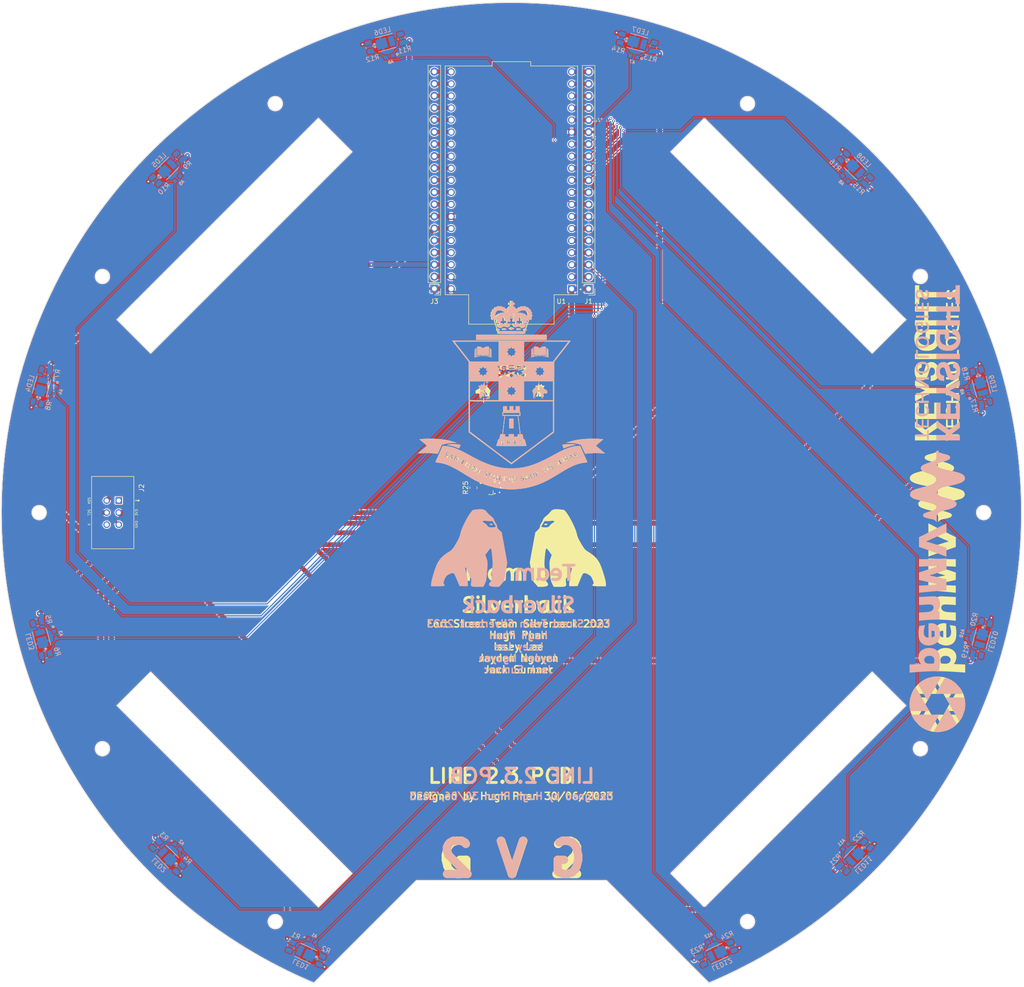
<source format=kicad_pcb>
(kicad_pcb (version 20211014) (generator pcbnew)
  (layers (0 "F.Cu" signal) (31 "B.Cu" signal) (34 "B.Paste" user) (35 "F.Paste" user) (36 "B.SilkS" user "B.Silkscreen") (37 "F.SilkS" user "F.Silkscreen") (38 "B.Mask" user) (39 "F.Mask" user) (44 "Edge.Cuts" user))
  (net 0 "")
  (net 1 "/SEN1")
  (net 2 "/SEN2")
  (net 3 "/SEN3")
  (net 4 "/SEN4")
  (net 5 "/SEN5")
  (net 6 "/SEN6")
  (net 7 "/SEN7")
  (net 8 "/SEN8")
  (net 9 "/SEN9")
  (net 10 "/SEN10")
  (net 11 "/SEN11")
  (net 12 "/SEN12")
  (net 13 "+3.3V")
  (net 14 "Net-(J1-Pad2)")
  (net 15 "Net-(J1-Pad16)")
  (net 16 "Net-(J1-Pad17)")
  (net 17 "Net-(J1-Pad18)")
  (net 18 "/SDA")
  (net 20 "Net-(J3-Pad4)")
  (net 21 "Net-(J3-Pad5)")
  (net 22 "Net-(J3-Pad8)")
  (net 23 "Net-(J3-Pad9)")
  (net 24 "Net-(J3-Pad10)")
  (net 25 "GND")
  (net 26 "Net-(J3-Pad11)")
  (net 27 "Net-(J3-Pad12)")
  (net 28 "Net-(J3-Pad13)")
  (net 29 "Net-(J3-Pad14)")
  (net 30 "Net-(J3-Pad15)")
  (net 31 "Net-(J3-Pad16)")
  (net 32 "Net-(J3-Pad17)")
  (net 33 "Net-(J3-Pad18)")
  (net 34 "Net-(J3-Pad19)")
  (net 35 "Net-(LED1-Pad2)")
  (net 36 "Net-(LED2-Pad2)")
  (net 37 "Net-(LED3-Pad2)")
  (net 38 "Net-(LED4-Pad2)")
  (net 39 "Net-(LED5-Pad2)")
  (net 40 "Net-(LED7-Pad2)")
  (net 41 "Net-(LED8-Pad2)")
  (net 42 "Net-(LED9-Pad2)")
  (net 43 "Net-(LED10-Pad2)")
  (net 44 "Net-(LED11-Pad2)")
  (net 45 "Net-(LED12-Pad2)")
  (net 46 "Net-(LED6-Pad2)")
  (net 47 "/SCL")
  (net 48 "/MSFTDRN")
  (net 49 "/LEDPWM")
  (net 50 "Net-(J1-Pad19)")
  (footprint "Connector_PinHeader_2.54mm:PinHeader_1x19_P2.54mm_Vertical" (layer "F.Cu") (at 269.7675 94.35 180)
    (fp_text reference "J1")
    (fp_text value "Conn_01x19_Male")
  )
  (footprint "Connector_PinHeader_2.54mm:PinHeader_1x19_P2.54mm_Vertical" (layer "F.Cu") (at 237.2675 94.32 180)
    (fp_text reference "J3")
    (fp_text value "Conn_01x19_Male")
  )
  (footprint "Resistor_SMD:R_0805_2012Metric" (layer "F.Cu") (at 245.5 136.25 90)
    (fp_text reference "R25")
    (fp_text value "10K")
  )
  (footprint "LOGO" (layer "F.Cu") (at 343.256918 118.25 90)
    (fp_text reference "G***" hide)
    (fp_text value "LOGO" hide)
  )
  (footprint "NXV55UNR:TRANS_BC846B,215" (layer "F.Cu") (at 249 136.25)
    (fp_text reference "U2")
    (fp_text value "NXV55UNR")
  )
  (footprint "ESP32-DEVKITC:MODULE_ESP32-DEVKITC" (layer "F.Cu") (at 253.5 71.5 180)
    (fp_text reference "U1")
    (fp_text value "ESP32-DEVKITC")
  )
  (footprint "LOGO" (layer "F.Cu") (at 343.256918 165.75 90)
    (fp_text reference "G***" hide)
    (fp_text value "LOGO" hide)
  )
  (footprint "LOGO" (layer "F.Cu") (at 253.5 116.75)
    (fp_text reference "G***" hide)
    (fp_text value "LOGO" hide)
  )
  (footprint "Box IDC header 2x3:Box IDC header 2x3" (layer "F.Cu") (at 169.5 141.5 -90)
    (fp_text reference "J2")
    (fp_text value "2-1761679-1")
  )
  (footprint "LOGO" (layer "F.Cu") (at 256.489726 141.609473)
    (fp_text reference "G***" hide)
    (fp_text value "LOGO" hide)
  )
  (footprint "Resistor_SMD:R_0805_2012Metric" (layer "B.Cu") (at 155.401562 111.588522 165)
    (fp_text reference "R7")
    (fp_text value "12R")
  )
  (footprint "Resistor_SMD:R_0805_2012Metric" (layer "B.Cu") (at 351.598438 171.411478 -15)
    (fp_text reference "R19")
    (fp_text value "12R")
  )
  (footprint "Resistor_SMD:R_0805_2012Metric" (layer "B.Cu") (at 276.648211 41.586736 -105)
    (fp_text reference "R14")
    (fp_text value "10K")
  )
  (footprint "Resistor_SMD:R_0805_2012Metric" (layer "B.Cu") (at 328.453319 211.503571 135)
    (fp_text reference "R22")
    (fp_text value "10K")
  )
  (footprint "LOGO" (layer "B.Cu") (at 253.5 116.75 180)
    (fp_text reference "G***" hide)
    (fp_text value "LOGO" hide)
  )
  (footprint "ALS-PT19-315C_L177_TR8:XDCR_ALS-PT19-315C_L177_TR8" (layer "B.Cu") (at 323.857125 71.142875 135)
    (fp_text reference "A8")
    (fp_text value "ALS-PT19-315C/L177/TR8")
  )
  (footprint "Resistor_SMD:R_0805_2012Metric" (layer "B.Cu") (at 155.39847 171.409693 15)
    (fp_text reference "R6")
    (fp_text value "10K")
  )
  (footprint "LOGO" (layer "B.Cu") (at 343.25 118.25 90)
    (fp_text reference "G***" hide)
    (fp_text value "LOGO" hide)
  )
  (footprint "Resistor_SMD:R_0805_2012Metric" (layer "B.Cu") (at 299.990449 232.917384 115)
    (fp_text reference "R24")
    (fp_text value "10K")
  )
  (footprint "Resistor_SMD:R_0805_2012Metric" (layer "B.Cu") (at 207.008329 232.914028 -115)
    (fp_text reference "R1")
    (fp_text value "12R")
  )
  (footprint "ALS-PT19-315C_L177_TR8:XDCR_ALS-PT19-315C_L177_TR8" (layer "B.Cu") (at 227.747505 45.39038 -165)
    (fp_text reference "A6")
    (fp_text value "ALS-PT19-315C/L177/TR8")
  )
  (footprint "JB2835AWT-W-U30GA0000-N0000001:LED_J2835_CRW" (layer "B.Cu") (at 226.971048 42.492603 15)
    (fp_text reference "LED6")
    (fp_text value "JB2835AWT-W-U30GA0000-N0000001")
  )
  (footprint "Resistor_SMD:R_0805_2012Metric" (layer "B.Cu") (at 323.5 216.453319 -45)
    (fp_text reference "R21")
    (fp_text value "12R")
  )
  (footprint "Resistor_SMD:R_0805_2012Metric" (layer "B.Cu") (at 213.353706 235.875712 65)
    (fp_text reference "R2")
    (fp_text value "10K")
  )
  (footprint "Resistor_SMD:R_0805_2012Metric" (layer "B.Cu") (at 328.453319 71.5 45)
    (fp_text reference "R15")
    (fp_text value "12R")
  )
  (footprint "JB2835AWT-W-U30GA0000-N0000001:LED_J2835_CRW" (layer "B.Cu") (at 352.507397 114.971048 -75)
    (fp_text reference "LED9")
    (fp_text value "JB2835AWT-W-U30GA0000-N0000001")
  )
  (footprint "Resistor_SMD:R_0805_2012Metric" (layer "B.Cu") (at 293.642939 235.874491 -65)
    (fp_text reference "R23")
    (fp_text value "12R")
  )
  (footprint "JB2835AWT-W-U30GA0000-N0000001:LED_J2835_CRW" (layer "B.Cu") (at 181.021555 69.021555 45)
    (fp_text reference "LED5")
    (fp_text value "JB2835AWT-W-U30GA0000-N0000001")
  )
  (footprint "Resistor_SMD:R_0805_2012Metric" (layer "B.Cu") (at 283.411478 43.401562 75)
    (fp_text reference "R13")
    (fp_text value "12R")
  )
  (footprint "Resistor_SMD:R_0805_2012Metric" (layer "B.Cu") (at 153.588522 164.645119 -165)
    (fp_text reference "R5")
    (fp_text value "12R")
  )
  (footprint "ALS-PT19-315C_L177_TR8:XDCR_ALS-PT19-315C_L177_TR8" (layer "B.Cu") (at 157.39038 167.252495 -75)
    (fp_text reference "A3")
    (fp_text value "ALS-PT19-315C/L177/TR8")
  )
  (footprint "Resistor_SMD:R_0805_2012Metric" (layer "B.Cu") (at 230.354881 41.588522 105)
    (fp_text reference "R11")
    (fp_text value "12R")
  )
  (footprint "Resistor_SMD:R_0805_2012Metric" (layer "B.Cu") (at 153.586736 118.351789 -15)
    (fp_text reference "R8")
    (fp_text value "10K")
  )
  (footprint "JB2835AWT-W-U30GA0000-N0000001:LED_J2835_CRW" (layer "B.Cu") (at 296.818372 234.396548 -155)
    (fp_text reference "LED12")
    (fp_text value "JB2835AWT-W-U30GA0000-N0000001")
  )
  (footprint "ALS-PT19-315C_L177_TR8:XDCR_ALS-PT19-315C_L177_TR8" (layer "B.Cu") (at 349.60962 115.747505 105)
    (fp_text reference "A9")
    (fp_text value "ALS-PT19-315C/L177/TR8")
  )
  (footprint "Resistor_SMD:R_0805_2012Metric" (layer "B.Cu") (at 178.546681 211.5 -135)
    (fp_text reference "R3")
    (fp_text value "12R")
  )
  (footprint "JB2835AWT-W-U30GA0000-N0000001:LED_J2835_CRW" (layer "B.Cu") (at 280.028952 42.492603 -15)
    (fp_text reference "LED7")
    (fp_text value "JB2835AWT-W-U30GA0000-N0000001")
  )
  (footprint "ALS-PT19-315C_L177_TR8:XDCR_ALS-PT19-315C_L177_TR8" (layer "B.Cu") (at 183.142875 211.857125 -45)
    (fp_text reference "A2")
    (fp_text value "ALS-PT19-315C/L177/TR8")
  )
  (footprint "Resistor_SMD:R_0805_2012Metric" (layer "B.Cu") (at 223.590307 43.39847 -75)
    (fp_text reference "R12")
    (fp_text value "10K")
  )
  (footprint "ALS-PT19-315C_L177_TR8:XDCR_ALS-PT19-315C_L177_TR8" (layer "B.Cu") (at 279.252495 45.39038 165)
    (fp_text reference "A7")
    (fp_text value "ALS-PT19-315C/L177/TR8")
  )
  (footprint "ALS-PT19-315C_L177_TR8:XDCR_ALS-PT19-315C_L177_TR8" (layer "B.Cu") (at 183.142875 71.142875 -135)
    (fp_text reference "A5")
    (fp_text value "ALS-PT19-315C/L177/TR8")
  )
  (footprint "Resistor_SMD:R_0805_2012Metric" (layer "B.Cu") (at 353.413264 164.648211 165)
    (fp_text reference "R20")
    (fp_text value "10K")
  )
  (footprint "Resistor_SMD:R_0805_2012Metric" (layer "B.Cu") (at 183.496429 216.453319 45)
    (fp_text reference "R4")
    (fp_text value "10K")
  )
  (footprint "Resistor_SMD:R_0805_2012Metric" (layer "B.Cu") (at 183.5 66.546681 135)
    (fp_text reference "R9")
    (fp_text value "12R")
  )
  (footprint "JB2835AWT-W-U30GA0000-N0000001:LED_J2835_CRW" (layer "B.Cu") (at 154.492603 168.028952 105)
    (fp_text reference "LED3")
    (fp_text value "JB2835AWT-W-U30GA0000-N0000001")
  )
  (footprint "Resistor_SMD:R_0805_2012Metric" (layer "B.Cu") (at 353.411478 118.354881 15)
    (fp_text reference "R17")
    (fp_text value "12R")
  )
  (footprint "LOGO" (layer "B.Cu") (at 253.510274 141.609473 180)
    (fp_text reference "G***" hide)
    (fp_text value "LOGO" hide)
  )
  (footprint "ALS-PT19-315C_L177_TR8:XDCR_ALS-PT19-315C_L177_TR8" (layer "B.Cu") (at 157.39038 115.747505 -105)
    (fp_text reference "A4")
    (fp_text value "ALS-PT19-315C/L177/TR8")
  )
  (footprint "Resistor_SMD:R_0805_2012Metric" (layer "B.Cu") (at 178.546681 71.496429 -45)
    (fp_text reference "R10")
    (fp_text value "10K")
  )
  (footprint "JB2835AWT-W-U30GA0000-N0000001:LED_J2835_CRW" (layer "B.Cu") (at 210.181628 234.396548 155)
    (fp_text reference "LED1")
    (fp_text value "JB2835AWT-W-U30GA0000-N0000001")
  )
  (footprint "JB2835AWT-W-U30GA0000-N0000001:LED_J2835_CRW" (layer "B.Cu") (at 352.507397 168.028952 -105)
    (fp_text reference "LED10")
    (fp_text value "JB2835AWT-W-U30GA0000-N0000001")
  )
  (footprint "ALS-PT19-315C_L177_TR8:XDCR_ALS-PT19-315C_L177_TR8" (layer "B.Cu") (at 349.60962 167.252495 75)
    (fp_text reference "A10")
    (fp_text value "ALS-PT19-315C/L177/TR8")
  )
  (footprint "ALS-PT19-315C_L177_TR8:XDCR_ALS-PT19-315C_L177_TR8" (layer "B.Cu") (at 323.857125 211.857125 45)
    (fp_text reference "A11")
    (fp_text value "ALS-PT19-315C/L177/TR8")
  )
  (footprint "Resistor_SMD:R_0805_2012Metric" (layer "B.Cu") (at 351.60153 111.590307 -165)
    (fp_text reference "R18")
    (fp_text value "10K")
  )
  (footprint "JB2835AWT-W-U30GA0000-N0000001:LED_J2835_CRW" (layer "B.Cu") (at 325.978445 213.978445 -135)
    (fp_text reference "LED11")
    (fp_text value "JB2835AWT-W-U30GA0000-N0000001")
  )
  (footprint "LOGO" (layer "B.Cu") (at 343.25 165.75 90)
    (fp_text reference "G***" hide)
    (fp_text value "LOGO" hide)
  )
  (footprint "JB2835AWT-W-U30GA0000-N0000001:LED_J2835_CRW" (layer "B.Cu") (at 154.492603 114.971048 75)
    (fp_text reference "LED4")
    (fp_text value "JB2835AWT-W-U30GA0000-N0000001")
  )
  (footprint "JB2835AWT-W-U30GA0000-N0000001:LED_J2835_CRW" (layer "B.Cu") (at 181.021555 213.978445 135)
    (fp_text reference "LED2")
    (fp_text value "JB2835AWT-W-U30GA0000-N0000001")
  )
  (footprint "Resistor_SMD:R_0805_2012Metric" (layer "B.Cu") (at 323.503571 66.546681 -135)
    (fp_text reference "R16")
    (fp_text value "10K")
  )
  (footprint "JB2835AWT-W-U30GA0000-N0000001:LED_J2835_CRW" (layer "B.Cu") (at 325.978445 69.021555 -45)
    (fp_text reference "LED8")
    (fp_text value "JB2835AWT-W-U30GA0000-N0000001")
  )
  (footprint "ALS-PT19-315C_L177_TR8:XDCR_ALS-PT19-315C_L177_TR8" (layer "B.Cu") (at 211.449483 231.677625 -25)
    (fp_text reference "A1")
    (fp_text value "ALS-PT19-315C/L177/TR8")
  )
  (footprint "ALS-PT19-315C_L177_TR8:XDCR_ALS-PT19-315C_L177_TR8" (layer "B.Cu") (at 295.550517 231.677625 25)
    (fp_text reference "A12")
    (fp_text value "ALS-PT19-315C/L177/TR8")
  )
  (gr_line (start 287.087572 217.513979) (end 329.513979 175.087572) (layer "Edge.Cuts") (width 0.1))
  (gr_circle (center 154 141.5) (end 155.5 141.5) (layer "Edge.Cuts") (width 0.1) (fill none))
  (gr_line (start 211.88266 240.61734) (end 233.5 219) (layer "Edge.Cuts") (width 0.1))
  (gr_circle (center 353 141.5) (end 354.5 141.5) (layer "Edge.Cuts") (width 0.1) (fill none))
  (gr_line (start 212.84136 224.585047) (end 170.414953 182.15864) (layer "Edge.Cuts") (width 0.1))
  (gr_line (start 177.486021 175.087572) (end 219.912428 217.513979) (layer "Edge.Cuts") (width 0.1))
  (gr_line (start 336.585047 100.84136) (end 329.513979 107.912428) (layer "Edge.Cuts") (width 0.1))
  (gr_line (start 294.15864 224.585047) (end 287.087572 217.513979) (layer "Edge.Cuts") (width 0.1))
  (gr_line (start 233.5 219) (end 273.5 219) (layer "Edge.Cuts") (width 0.1))
  (gr_line (start 294.15864 58.414953) (end 336.585047 100.84136) (layer "Edge.Cuts") (width 0.1))
  (gr_line (start 170.414953 182.15864) (end 177.486021 175.087572) (layer "Edge.Cuts") (width 0.1))
  (gr_circle (center 203.75 55.330472) (end 205.25 55.330472) (layer "Edge.Cuts") (width 0.1) (fill none))
  (gr_line (start 329.513979 107.912428) (end 287.087572 65.486021) (layer "Edge.Cuts") (width 0.1))
  (gr_line (start 336.585047 182.15864) (end 294.15864 224.585047) (layer "Edge.Cuts") (width 0.1))
  (gr_circle (center 167.330472 191.25) (end 168.830472 191.25) (layer "Edge.Cuts") (width 0.1) (fill none))
  (gr_circle (center 339.669528 91.75) (end 341.169528 91.75) (layer "Edge.Cuts") (width 0.1) (fill none))
  (gr_circle (center 167.330472 91.75) (end 168.830472 91.75) (layer "Edge.Cuts") (width 0.1) (fill none))
  (gr_line (start 219.912428 217.513979) (end 212.84136 224.585047) (layer "Edge.Cuts") (width 0.1))
  (gr_line (start 329.513979 175.087572) (end 336.585047 182.15864) (layer "Edge.Cuts") (width 0.1))
  (gr_circle (center 303.25 227.669528) (end 304.75 227.669528) (layer "Edge.Cuts") (width 0.1) (fill none))
  (gr_line (start 170.414953 100.84136) (end 212.84136 58.414953) (layer "Edge.Cuts") (width 0.1))
  (gr_line (start 177.486021 107.912428) (end 170.414953 100.84136) (layer "Edge.Cuts") (width 0.1))
  (gr_line (start 212.84136 58.414953) (end 219.912428 65.486021) (layer "Edge.Cuts") (width 0.1))
  (gr_circle (center 339.669528 191.25) (end 341.169528 191.25) (layer "Edge.Cuts") (width 0.1) (fill none))
  (gr_circle (center 203.75 227.669528) (end 205.25 227.669528) (layer "Edge.Cuts") (width 0.1) (fill none))
  (gr_line (start 273.5 219) (end 295.11734 240.61734) (layer "Edge.Cuts") (width 0.1))
  (gr_line (start 219.912428 65.486021) (end 177.486021 107.912428) (layer "Edge.Cuts") (width 0.1))
  (gr_line (start 287.087572 65.486021) (end 294.15864 58.414953) (layer "Edge.Cuts") (width 0.1))
  (gr_circle (center 303.25 55.330472) (end 304.75 55.330472) (layer "Edge.Cuts") (width 0.1) (fill none))
  (gr_arc (start 211.88266 240.61734) (mid 253.5 34) (end 295.11734 240.61734) (layer "Edge.Cuts") (width 0.1))
  (gr_text "Designed by Hugh Phan 30/06/2023" (at 253.5 201.25) (layer "B.SilkS") (effects (font (size 1.5 1.5) (thickness 0.3)) (justify mirror)))
  (gr_text "LINE 2.3 PCB" (at 255.75 197) (layer "B.SilkS") (effects (font (size 3 3) (thickness 0.6)) (justify mirror)))
  (gr_text "G V 2" (at 253.75 214.5) (layer "B.SilkS") (effects (font (size 7 7) (thickness 1.75)) (justify mirror)))
  (gr_text "Fort Street Team Silverback 2023\nHugh Phan\nIssey Lee\nJayden Nguyen\nJack Sumner" (at 255 169.75) (layer "B.SilkS") (effects (font (size 1.5 1.5) (thickness 0.3)) (justify mirror)))
  (gr_text "X" (at 174.5 138.96 90) (layer "F.SilkS") (effects (font (size 0.5 0.5) (thickness 0.075))))
  (gr_text "GND" (at 174.5 143.96 90) (layer "F.SilkS") (effects (font (size 0.5 0.5) (thickness 0.075))))
  (gr_text "Fort Street Team Silverback 2023\nHugh Phan\nIssey Lee\nJayden Nguyen\nJack Sumner" (at 255 169.75) (layer "F.SilkS") (effects (font (size 1.5 1.5) (thickness 0.3))))
  (gr_text "3V3" (at 174.5 141.46 90) (layer "F.SilkS") (effects (font (size 0.5 0.5) (thickness 0.075))))
  (gr_text "SCL" (at 164.5 141.5 270) (layer "F.SilkS") (effects (font (size 0.5 0.5) (thickness 0.075))))
  (gr_text "G V 2" (at 253.5 214.5) (layer "F.SilkS") (effects (font (size 7 7) (thickness 1.75))))
  (gr_text "SDA" (at 164.5 139 270) (layer "F.SilkS") (effects (font (size 0.5 0.5) (thickness 0.075))))
  (gr_text "X" (at 164.5 144 270) (layer "F.SilkS") (effects (font (size 0.5 0.5) (thickness 0.075))))
  (gr_text "LINE 2.3 PCB" (at 251.25 197) (layer "F.SilkS") (effects (font (size 3 3) (thickness 0.6))))
  (gr_text "Designed by Hugh Phan 30/06/2023" (at 253.5 201.25) (layer "F.SilkS") (effects (font (size 1.5 1.5) (thickness 0.3))))
  (segment (start 266.2 89.27) (end 269.7675 89.27) (width 1) (layer "F.Cu") (net 1))
  (segment (start 213.739345 235.048706) (end 213.557772 234.964037) (width 0.25) (layer "B.Cu") (net 1))
  (segment (start 212.129214 231.994589) (end 279.5 164.623803) (width 0.25) (layer "B.Cu") (net 1))
  (segment (start 212.611718 233.32026) (end 212.129213 231.994589) (width 0.25) (layer "B.Cu") (net 1))
  (segment (start 213.030576 233.515577) (end 212.611719 233.320261) (width 0.25) (layer "B.Cu") (net 1))
  (segment (start 279.5 164.623803) (end 279.5 99.0025) (width 0.25) (layer "B.Cu") (net 1))
  (segment (start 213.557772 234.964038) (end 213.030575 233.515577) (width 0.25) (layer "B.Cu") (net 1))
  (segment (start 279.5 99.0025) (end 269.7675 89.27) (width 0.25) (layer "B.Cu") (net 1))
  (segment (start 266.2 86.73) (end 269.7675 86.73) (width 1) (layer "F.Cu") (net 2))
  (segment (start 271 100) (end 271 87.9625) (width 0.25) (layer "F.Cu") (net 2))
  (segment (start 271 87.9625) (end 269.7675 86.73) (width 0.25) (layer "F.Cu") (net 2))
  (via (at 271 100) (size 0.6) (drill 0.3) (layers "F.Cu" "B.Cu") (net 2))
  (segment (start 196.28575 225) (end 183.673205 212.387455) (width 0.25) (layer "B.Cu") (net 2))
  (segment (start 213.25 225) (end 196.28575 225) (width 0.25) (layer "B.Cu") (net 2))
  (segment (start 184.141664 215.808084) (end 184 215.66642) (width 0.25) (layer "B.Cu") (net 2))
  (segment (start 184 214.125001) (end 183.673205 213.798206) (width 0.25) (layer "B.Cu") (net 2))
  (segment (start 271 100) (end 271 167.25) (width 0.25) (layer "B.Cu") (net 2))
  (segment (start 271 167.25) (end 213.25 225) (width 0.25) (layer "B.Cu") (net 2))
  (segment (start 183.673205 213.798205) (end 183.673205 212.387455) (width 0.25) (layer "B.Cu") (net 2))
  (segment (start 183.999999 215.66642) (end 183.999999 214.125) (width 0.25) (layer "B.Cu") (net 2))
  (segment (start 266.2 84.19) (end 269.7675 84.19) (width 1) (layer "F.Cu") (net 3))
  (segment (start 271.75 86.1725) (end 269.7675 84.19) (width 0.25) (layer "F.Cu") (net 3))
  (segment (start 271.75 99.25) (end 271.75 86.1725) (width 0.25) (layer "F.Cu") (net 3))
  (via (at 271.75 99.25) (size 0.6) (drill 0.3) (layers "F.Cu" "B.Cu") (net 3))
  (segment (start 266.25 99.25) (end 197.523061 167.976939) (width 0.25) (layer "B.Cu") (net 3))
  (segment (start 197.523061 167.976939) (end 157.584494 167.976939) (width 0.25) (layer "B.Cu") (net 3))
  (segment (start 156.279877 171.17352) (end 156.228024 170.980003) (width 0.25) (layer "B.Cu") (net 3))
  (segment (start 156.228024 170.980003) (end 156.998734 169.645094) (width 0.25) (layer "B.Cu") (net 3))
  (segment (start 271.75 99.25) (end 266.25 99.25) (width 0.25) (layer "B.Cu") (net 3))
  (segment (start 156.879119 169.198685) (end 157.584494 167.97694) (width 0.25) (layer "B.Cu") (net 3))
  (segment (start 156.998734 169.645096) (end 156.879119 169.198686) (width 0.25) (layer "B.Cu") (net 3))
  (segment (start 272.5 98.5) (end 272.5 84.3825) (width 0.25) (layer "F.Cu") (net 4))
  (segment (start 272.5 84.3825) (end 269.7675 81.65) (width 0.25) (layer "F.Cu") (net 4))
  (segment (start 266.2 81.65) (end 269.7675 81.65) (width 1) (layer "F.Cu") (net 4))
  (via (at 272.5 98.5) (size 0.6) (drill 0.3) (layers "F.Cu" "B.Cu") (net 4))
  (segment (start 272.5 98.5) (end 265.5 98.5) (width 0.25) (layer "B.Cu") (net 4))
  (segment (start 160 119.275683) (end 157.196266 116.471949) (width 0.25) (layer "B.Cu") (net 4))
  (segment (start 154.468144 118.587961) (end 154.519997 118.394444) (width 0.25) (layer "B.Cu") (net 4))
  (segment (start 160 151.75) (end 160 119.275683) (width 0.25) (layer "B.Cu") (net 4))
  (segment (start 155.97452 117.177324) (end 157.196265 116.471949) (width 0.25) (layer "B.Cu") (net 4))
  (segment (start 265.5 98.5) (end 200.75 163.25) (width 0.25) (layer "B.Cu") (net 4))
  (segment (start 155.854904 117.623735) (end 155.974519 117.177325) (width 0.25) (layer "B.Cu") (net 4))
  (segment (start 200.75 163.25) (end 171.5 163.25) (width 0.25) (layer "B.Cu") (net 4))
  (segment (start 154.519996 118.394444) (end 155.854905 117.623734) (width 0.25) (layer "B.Cu") (net 4))
  (segment (start 171.5 163.25) (end 160 151.75) (width 0.25) (layer "B.Cu") (net 4))
  (segment (start 273 97.5) (end 273 82.3425) (width 0.25) (layer "F.Cu") (net 5))
  (segment (start 266.2 79.11) (end 269.7675 79.11) (width 1) (layer "F.Cu") (net 5))
  (segment (start 273.25 97.75) (end 273 97.5) (width 0.25) (layer "F.Cu") (net 5))
  (segment (start 273 82.3425) (end 269.7675 79.11) (width 0.25) (layer "F.Cu") (net 5))
  (via (at 273.25 97.75) (size 0.6) (drill 0.3) (layers "F.Cu" "B.Cu") (net 5))
  (segment (start 173 160.75) (end 162 149.75) (width 0.25) (layer "B.Cu") (net 5))
  (segment (start 202 160.75) (end 173 160.75) (width 0.25) (layer "B.Cu") (net 5))
  (segment (start 181.201795 71.673205) (end 182.612545 71.673205) (width 0.25) (layer "B.Cu") (net 5))
  (segment (start 179.191916 72.141664) (end 179.33358 72) (width 0.25) (layer "B.Cu") (net 5))
  (segment (start 182.612545 82.137455) (end 182.612545 71.673205) (width 0.25) (layer "B.Cu") (net 5))
  (segment (start 273.25 97.75) (end 265 97.75) (width 0.25) (layer "B.Cu") (net 5))
  (segment (start 162 102.75) (end 182.612545 82.137455) (width 0.25) (layer "B.Cu") (net 5))
  (segment (start 180.874999 72) (end 181.201794 71.673205) (width 0.25) (layer "B.Cu") (net 5))
  (segment (start 265 97.75) (end 202 160.75) (width 0.25) (layer "B.Cu") (net 5))
  (segment (start 179.33358 71.999999) (end 180.875 71.999999) (width 0.25) (layer "B.Cu") (net 5))
  (segment (start 162 149.75) (end 162 102.75) (width 0.25) (layer "B.Cu") (net 5))
  (segment (start 266.2 76.57) (end 269.7675 76.57) (width 1) (layer "F.Cu") (net 6))
  (segment (start 266.2 76.57) (end 262.5175 72.8875) (width 0.25) (layer "F.Cu") (net 6))
  (segment (start 262.5175 72.8875) (end 262.5175 63) (width 0.25) (layer "F.Cu") (net 6))
  (via (at 262.5175 63) (size 0.6) (drill 0.3) (layers "F.Cu" "B.Cu") (net 6))
  (segment (start 248.5 45.75) (end 250 47.25) (width 0.25) (layer "B.Cu") (net 6))
  (segment (start 229.967135 46.011164) (end 230.228299 45.75) (width 0.25) (layer "B.Cu") (net 6))
  (segment (start 250.0175 47.25) (end 262.5175 59.75) (width 0.25) (layer "B.Cu") (net 6))
  (segment (start 224.019997 44.228024) (end 225.354906 44.998734) (width 0.25) (layer "B.Cu") (net 6))
  (segment (start 225.801315 44.879119) (end 227.02306 45.584494) (width 0.25) (layer "B.Cu") (net 6))
  (segment (start 262.5175 59.75) (end 262.5175 63) (width 0.25) (layer "B.Cu") (net 6))
  (segment (start 225.354904 44.998734) (end 225.801314 44.879119) (width 0.25) (layer "B.Cu") (net 6))
  (segment (start 227.449731 46.011164) (end 229.967135 46.011164) (width 0.25) (layer "B.Cu") (net 6))
  (segment (start 230.228299 45.75) (end 248.5 45.75) (width 0.25) (layer "B.Cu") (net 6))
  (segment (start 227.023061 45.584494) (end 227.449731 46.011164) (width 0.25) (layer "B.Cu") (net 6))
  (segment (start 223.82648 44.279877) (end 224.019997 44.228024) (width 0.25) (layer "B.Cu") (net 6))
  (segment (start 266.2 74.03) (end 269.7675 74.03) (width 1) (layer "F.Cu") (net 7))
  (segment (start 277.376265 43.854904) (end 277.822675 43.974519) (width 0.25) (layer "B.Cu") (net 7))
  (segment (start 277.822676 43.97452) (end 278.528051 45.196265) (width 0.25) (layer "B.Cu") (net 7))
  (segment (start 278.528051 45.196266) (end 278.528051 52.221949) (width 0.25) (layer "B.Cu") (net 7))
  (segment (start 278.528051 52.221949) (end 270.9425 59.8075) (width 0.25) (layer "B.Cu") (net 7))
  (segment (start 276.605556 42.519996) (end 277.376266 43.854905) (width 0.25) (layer "B.Cu") (net 7))
  (segment (start 276.412039 42.468144) (end 276.605556 42.519997) (width 0.25) (layer "B.Cu") (net 7))
  (segment (start 270.9425 59.8075) (end 270.9425 72.855) (width 0.25) (layer "B.Cu") (net 7))
  (segment (start 270.9425 72.855) (end 269.7675 74.03) (width 0.25) (layer "B.Cu") (net 7))
  (segment (start 277.25 61.1255) (end 277.25 64.0075) (width 0.25) (layer "F.Cu") (net 8))
  (segment (start 266.2 71.49) (end 269.7675 71.49) (width 1) (layer "F.Cu") (net 8))
  (segment (start 277.25 64.0075) (end 269.7675 71.49) (width 0.25) (layer "F.Cu") (net 8))
  (segment (start 277.1245 61) (end 277.25 61.1255) (width 0.25) (layer "F.Cu") (net 8))
  (via (at 277.1245 61) (size 0.6) (drill 0.3) (layers "F.Cu" "B.Cu") (net 8))
  (segment (start 291.960047 58.289953) (end 311.004203 58.289953) (width 0.25) (layer "B.Cu") (net 8))
  (segment (start 323.326795 69.201795) (end 323.326795 70.612545) (width 0.25) (layer "B.Cu") (net 8))
  (segment (start 322.858336 67.191916) (end 323 67.33358) (width 0.25) (layer "B.Cu") (net 8))
  (segment (start 311.004203 58.289953) (end 323.326795 70.612545) (width 0.25) (layer "B.Cu") (net 8))
  (segment (start 277.1245 61) (end 289.25 61) (width 0.25) (layer "B.Cu") (net 8))
  (segment (start 289.25 61) (end 291.960047 58.289953) (width 0.25) (layer "B.Cu") (net 8))
  (segment (start 323 68.874999) (end 323.326795 69.201794) (width 0.25) (layer "B.Cu") (net 8))
  (segment (start 323.000001 67.33358) (end 323.000001 68.875) (width 0.25) (layer "B.Cu") (net 8))
  (segment (start 276.491525 60.3755) (end 276.491525 62.225975) (width 0.25) (layer "F.Cu") (net 9))
  (segment (start 276.491525 62.225975) (end 269.7675 68.95) (width 0.25) (layer "F.Cu") (net 9))
  (segment (start 266.2 68.95) (end 269.7675 68.95) (width 1) (layer "F.Cu") (net 9))
  (via (at 276.491525 60.3755) (size 0.6) (drill 0.3) (layers "F.Cu" "B.Cu") (net 9))
  (segment (start 350.771976 112.019997) (end 350.001266 113.354906) (width 0.25) (layer "B.Cu") (net 9))
  (segment (start 318.523061 115.023061) (end 349.415506 115.023061) (width 0.25) (layer "B.Cu") (net 9))
  (segment (start 350.120881 113.801315) (end 349.415506 115.02306) (width 0.25) (layer "B.Cu") (net 9))
  (segment (start 350.720123 111.82648) (end 350.771976 112.019997) (width 0.25) (layer "B.Cu") (net 9))
  (segment (start 350.001266 113.354904) (end 350.120881 113.801314) (width 0.25) (layer "B.Cu") (net 9))
  (segment (start 276.5 73) (end 318.523061 115.023061) (width 0.25) (layer "B.Cu") (net 9))
  (segment (start 276.5 60.383975) (end 276.5 73) (width 0.25) (layer "B.Cu") (net 9))
  (segment (start 276.491525 60.3755) (end 276.5 60.383975) (width 0.25) (layer "B.Cu") (net 9))
  (segment (start 275.75 59.751) (end 275.75 60.4275) (width 0.25) (layer "F.Cu") (net 10))
  (segment (start 275.75 60.4275) (end 269.7675 66.41) (width 0.25) (layer "F.Cu") (net 10))
  (segment (start 266.2 66.41) (end 269.7675 66.41) (width 1) (layer "F.Cu") (net 10))
  (via (at 275.75 59.751) (size 0.6) (drill 0.3) (layers "F.Cu" "B.Cu") (net 10))
  (segment (start 351.145096 165.376265) (end 351.025481 165.822675) (width 0.25) (layer "B.Cu") (net 10))
  (segment (start 352.480004 164.605556) (end 351.145095 165.376266) (width 0.25) (layer "B.Cu") (net 10))
  (segment (start 275.75 59.751) (end 275.75 74.5) (width 0.25) (layer "B.Cu") (net 10))
  (segment (start 351.02548 165.822676) (end 349.803735 166.528051) (width 0.25) (layer "B.Cu") (net 10))
  (segment (start 352.531856 164.412039) (end 352.480003 164.605556) (width 0.25) (layer "B.Cu") (net 10))
  (segment (start 275.75 74.5) (end 349.803734 148.553734) (width 0.25) (layer "B.Cu") (net 10))
  (segment (start 349.803734 148.553734) (end 349.803734 166.528051) (width 0.25) (layer "B.Cu") (net 10))
  (segment (start 275 59) (end 275 59.5) (width 0.25) (layer "F.Cu") (net 11))
  (segment (start 272 62.5) (end 271.1375 62.5) (width 0.25) (layer "F.Cu") (net 11))
  (segment (start 275 59.5) (end 272 62.5) (width 0.25) (layer "F.Cu") (net 11))
  (segment (start 266.2 63.87) (end 269.7675 63.87) (width 1) (layer "F.Cu") (net 11))
  (segment (start 271.1375 62.5) (end 269.7675 63.87) (width 0.25) (layer "F.Cu") (net 11))
  (via (at 275 59) (size 0.6) (drill 0.3) (layers "F.Cu" "B.Cu") (net 11))
  (segment (start 327.808084 210.858336) (end 327.66642 211) (width 0.25) (layer "B.Cu") (net 11))
  (segment (start 325.798205 211.326795) (end 324.387455 211.326795) (width 0.25) (layer "B.Cu") (net 11))
  (segment (start 324.387455 196.862545) (end 339 182.25) (width 0.25) (layer "B.Cu") (net 11))
  (segment (start 275 76.25) (end 275 59) (width 0.25) (layer "B.Cu") (net 11))
  (segment (start 285 96.75) (end 285 86.75) (width 0.25) (layer "B.Cu") (net 11))
  (segment (start 326.125001 211) (end 325.798206 211.326795) (width 0.25) (layer "B.Cu") (net 11))
  (segment (start 324.75 136.5) (end 285 96.75) (width 0.25) (layer "B.Cu") (net 11))
  (segment (start 339 150.75) (end 324.75 136.5) (width 0.25) (layer "B.Cu") (net 11))
  (segment (start 339 182.25) (end 339 150.75) (width 0.25) (layer "B.Cu") (net 11))
  (segment (start 327.66642 211.000001) (end 326.125 211.000001) (width 0.25) (layer "B.Cu") (net 11))
  (segment (start 285 86.25) (end 276 77.25) (width 0.25) (layer "B.Cu") (net 11))
  (segment (start 276 77.25) (end 275 76.25) (width 0.25) (layer "B.Cu") (net 11))
  (segment (start 324.387455 211.326795) (end 324.387455 196.862545) (width 0.25) (layer "B.Cu") (net 11))
  (segment (start 285 86.75) (end 285 86.25) (width 0.25) (layer "B.Cu") (net 11))
  (segment (start 266.2 58.79) (end 269.7675 58.79) (width 1) (layer "F.Cu") (net 12))
  (segment (start 274.434666 58.434666) (end 274.079332 58.79) (width 0.25) (layer "F.Cu") (net 12))
  (segment (start 274.079332 58.79) (end 269.7675 58.79) (width 0.25) (layer "F.Cu") (net 12))
  (via (at 274.434666 58.434666) (size 0.6) (drill 0.3) (layers "F.Cu" "B.Cu") (net 12))
  (segment (start 297.974778 231.64785) (end 297.555921 231.843166) (width 0.25) (layer "B.Cu") (net 12))
  (segment (start 297.555919 231.843166) (end 296.230248 231.360661) (width 0.25) (layer "B.Cu") (net 12))
  (segment (start 283.5 217.25) (end 296.230248 229.980248) (width 0.25) (layer "B.Cu") (net 12))
  (segment (start 299.423237 232.175048) (end 297.974776 231.647851) (width 0.25) (layer "B.Cu") (net 12))
  (segment (start 296.230248 229.980248) (end 296.230248 231.360661) (width 0.25) (layer "B.Cu") (net 12))
  (segment (start 273.75 78) (end 283.5 87.75) (width 0.25) (layer "B.Cu") (net 12))
  (segment (start 274.434666 58.434666) (end 273.75 59.119332) (width 0.25) (layer "B.Cu") (net 12))
  (segment (start 273.75 59.119332) (end 273.75 78) (width 0.25) (layer "B.Cu") (net 12))
  (segment (start 283.5 87.75) (end 283.5 217.25) (width 0.25) (layer "B.Cu") (net 12))
  (segment (start 299.60481 232.090378) (end 299.423237 232.175047) (width 0.25) (layer "B.Cu") (net 12))
  (segment (start 284.75 119.25) (end 258.25 145.75) (width 1) (layer "F.Cu") (net 13))
  (segment (start 288.335047 225.085047) (end 204.75 141.5) (width 1) (layer "F.Cu") (net 13))
  (segment (start 167 156.75) (end 175 148.75) (width 1) (layer "F.Cu") (net 13))
  (segment (start 337.25 106.25) (end 295.25 148.25) (width 1) (layer "F.Cu") (net 13))
  (segment (start 163.5 141.288485) (end 167.650515 145.439) (width 1) (layer "F.Cu") (net 13))
  (segment (start 172.169 144.831) (end 172.169 142.899) (width 1) (layer "F.Cu") (net 13))
  (segment (start 177.52 148.25) (end 170.77 141.5) (width 1) (layer "F.Cu") (net 13))
  (segment (start 232 64.25) (end 163.5 132.75) (width 1) (layer "F.Cu") (net 13))
  (segment (start 178.25 149.75) (end 178.25 145.25) (width 1) (layer "F.Cu") (net 13))
  (segment (start 167 186.5) (end 167 156.75) (width 1) (layer "F.Cu") (net 13))
  (segment (start 156.5 110.25) (end 156.5 139) (width 1) (layer "F.Cu") (net 13))
  (segment (start 337.25 81.5) (end 337.25 106.25) (width 1) (layer "F.Cu") (net 13))
  (segment (start 167.650515 145.439) (end 171.349485 145.439) (width 1) (layer "F.Cu") (net 13))
  (segment (start 321.75 216.75) (end 313.414953 225.085047) (width 1) (layer "F.Cu") (net 13))
  (segment (start 352.75 120.5) (end 329.5 143.75) (width 1) (layer "F.Cu") (net 13))
  (segment (start 163.5 132.75) (end 163.5 141.288485) (width 1) (layer "F.Cu") (net 13))
  (segment (start 173.02 143.75) (end 170.77 141.5) (width 1) (layer "F.Cu") (net 13))
  (segment (start 232 42) (end 232 64.25) (width 1) (layer "F.Cu") (net 13))
  (segment (start 206.25 231.25) (end 206.25 221.5) (width 1) (layer "F.Cu") (net 13))
  (segment (start 185.25 81.5) (end 156.5 110.25) (width 1) (layer "F.Cu") (net 13))
  (segment (start 175 148.75) (end 175 145.73) (width 1) (layer "F.Cu") (net 13))
  (segment (start 266.2 126.8) (end 251.5 141.5) (width 1) (layer "F.Cu") (net 13))
  (segment (start 350.25 172.75) (end 202.02 172.75) (width 1) (layer "F.Cu") (net 13))
  (segment (start 251.5 141.5) (end 170.77 141.5) (width 1) (layer "F.Cu") (net 13))
  (segment (start 162.939 145.439) (end 171.561 145.439) (width 1) (layer "F.Cu") (net 13))
  (segment (start 206.25 221.5) (end 169.25 184.5) (width 1) (layer "F.Cu") (net 13))
  (segment (start 175.02 145.75) (end 170.77 141.5) (width 1) (layer "F.Cu") (net 13))
  (segment (start 295.25 148.25) (end 177.52 148.25) (width 1) (layer "F.Cu") (net 13))
  (segment (start 197.75 141.5) (end 170.77 141.5) (width 1) (layer "F.Cu") (net 13))
  (segment (start 169.25 158.75) (end 178.25 149.75) (width 1) (layer "F.Cu") (net 13))
  (segment (start 171.561 145.439) (end 172.169 144.831) (width 1) (layer "F.Cu") (net 13))
  (segment (start 292 235.75) (end 197.75 141.5) (width 1) (layer "F.Cu") (net 13))
  (segment (start 329 73.25) (end 337.25 81.5) (width 1) (layer "F.Cu") (net 13))
  (segment (start 313.414953 225.085047) (end 288.335047 225.085047) (width 1) (layer "F.Cu") (net 13))
  (segment (start 154.038485 162.75) (end 172.169 144.619485) (width 1) (layer "F.Cu") (net 13))
  (segment (start 174.5 141.5) (end 170.77 141.5) (width 1) (layer "F.Cu") (net 13))
  (segment (start 266.2 94.35) (end 266.2 126.8) (width 1) (layer "F.Cu") (net 13))
  (segment (start 172.169 142.899) (end 170.77 141.5) (width 1) (layer "F.Cu") (net 13))
  (segment (start 171.349485 145.439) (end 172.169 144.619485) (width 1) (layer "F.Cu") (net 13))
  (segment (start 284.75 44.75) (end 284.75 119.25) (width 1) (layer "F.Cu") (net 13))
  (segment (start 169.25 184.5) (end 169.25 158.75) (width 1) (layer "F.Cu") (net 13))
  (segment (start 172.169 144.619485) (end 172.169 142.899) (width 1) (layer "F.Cu") (net 13))
  (segment (start 178.25 145.25) (end 174.5 141.5) (width 1) (layer "F.Cu") (net 13))
  (segment (start 204.75 141.5) (end 170.77 141.5) (width 1) (layer "F.Cu") (net 13))
  (segment (start 178.5 198) (end 167 186.5) (width 1) (layer "F.Cu") (net 13))
  (segment (start 175 145.73) (end 170.77 141.5) (width 1) (layer "F.Cu") (net 13))
  (segment (start 202.02 172.75) (end 170.77 141.5) (width 1) (layer "F.Cu") (net 13))
  (segment (start 178.5 210) (end 178.5 198) (width 1) (layer "F.Cu") (net 13))
  (segment (start 156.5 139) (end 162.939 145.439) (width 1) (layer "F.Cu") (net 13))
  (segment (start 258.25 145.75) (end 175.02 145.75) (width 1) (layer "F.Cu") (net 13))
  (segment (start 185.25 66.25) (end 185.25 81.5) (width 1) (layer "F.Cu") (net 13))
  (segment (start 154 162.75) (end 154.038485 162.75) (width 1) (layer "F.Cu") (net 13))
  (segment (start 329.5 143.75) (end 173.02 143.75) (width 1) (layer "F.Cu") (net 13))
  (segment (start 269.7675 94.35) (end 266.2 94.35) (width 1) (layer "F.Cu") (net 13))
  (via (at 185.25 66.25) (size 0.6) (drill 0.3) (layers "F.Cu" "B.Cu") (net 13))
  (via (at 156.5 110.25) (size 0.6) (drill 0.3) (layers "F.Cu" "B.Cu") (net 13))
  (via (at 232 42) (size 0.6) (drill 0.3) (layers "F.Cu" "B.Cu") (net 13))
  (via (at 352.75 120.5) (size 0.6) (drill 0.3) (layers "F.Cu" "B.Cu") (net 13))
  (via (at 329 73.25) (size 0.6) (drill 0.3) (layers "F.Cu" "B.Cu") (net 13))
  (via (at 321.75 216.75) (size 0.6) (drill 0.3) (layers "F.Cu" "B.Cu") (net 13))
  (via (at 206.25 231.25) (size 0.6) (drill 0.3) (layers "F.Cu" "B.Cu") (net 13))
  (via (at 178.5 210) (size 0.6) (drill 0.3) (layers "F.Cu" "B.Cu") (net 13))
  (via (at 284.75 44.75) (size 0.6) (drill 0.3) (layers "F.Cu" "B.Cu") (net 13))
  (via (at 154 162.75) (size 0.6) (drill 0.3) (layers "F.Cu" "B.Cu") (net 13))
  (via (at 292 235.75) (size 0.6) (drill 0.3) (layers "F.Cu" "B.Cu") (net 13))
  (via (at 350.25 172.75) (size 0.6) (drill 0.3) (layers "F.Cu" "B.Cu") (net 13))
  (segment (start 207.580118 232.173825) (end 208.907762 231.690602) (width 0.25) (layer "B.Cu") (net 13))
  (segment (start 179.337151 211) (end 180.75 211) (width 0.25) (layer "B.Cu") (net 13))
  (segment (start 293.443449 234.960682) (end 293.926672 233.633038) (width 0.25) (layer "B.Cu") (net 13))
  (segment (start 283.175306 44.282971) (end 282.976911 44.229811) (width 0.25) (layer "B.Cu") (net 13))
  (segment (start 293.2573 235.047485) (end 292.702515 235.047485) (width 1) (layer "B.Cu") (net 13))
  (segment (start 181.076795 211.326795) (end 182.612545 211.326795) (width 0.25) (layer "B.Cu") (net 13))
  (segment (start 350.77019 170.976911) (end 350.063766 169.753348) (width 0.25) (layer "B.Cu") (net 13))
  (segment (start 284.282969 44.282969) (end 284.75 44.75) (width 1) (layer "B.Cu") (net 13))
  (segment (start 156.936234 113.246652) (end 156.816619 113.693062) (width 0.25) (layer "B.Cu") (net 13))
  (segment (start 180.75 211) (end 181.076795 211.326795) (width 0.25) (layer "B.Cu") (net 13))
  (segment (start 154.469929 164.408947) (end 154.469929 163.219929) (width 1) (layer "B.Cu") (net 13))
  (segment (start 293.926672 233.633038) (end 294.345529 233.437722) (width 0.25) (layer "B.Cu") (net 13))
  (segment (start 322.854764 215.808084) (end 322.999999 215.662849) (width 0.25) (layer "B.Cu") (net 13))
  (segment (start 323.326795 213.923205) (end 323.326795 212.387455) (width 0.25) (layer "B.Cu") (net 13))
  (segment (start 322.691916 215.808084) (end 321.75 216.75) (width 1) (layer "B.Cu") (net 13))
  (segment (start 155.746652 165.313766) (end 155.866267 165.760176) (width 0.25) (layer "B.Cu") (net 13))
  (segment (start 207.393968 232.087022) (end 207.087022 232.087022) (width 0.25) (layer "B.Cu") (net 13))
  (segment (start 156.816619 113.693062) (end 157.584494 115.023061) (width 0.25) (layer "B.Cu") (net 13))
  (segment (start 229.239824 43.866267) (end 228.471949 45.196266) (width 0.25) (layer "B.Cu") (net 13))
  (segment (start 293.257298 235.047485) (end 293.443448 234.960682) (width 0.25) (layer "B.Cu") (net 13))
  (segment (start 294.345529 233.437722) (end 294.870786 231.994589) (width 0.25) (layer "B.Cu") (net 13))
  (segment (start 281.753348 44.936234) (end 281.306938 44.816619) (width 0.25) (layer "B.Cu") (net 13))
  (segment (start 231.530071 42.469929) (end 232 42) (width 1) (layer "B.Cu") (net 13))
  (segment (start 155.866267 165.760176) (end 157.196266 166.528051) (width 0.25) (layer "B.Cu") (net 13))
  (segment (start 323 215.662849) (end 323 214.25) (width 0.25) (layer "B.Cu") (net 13))
  (segment (start 184.145235 67.191916) (end 184.308084 67.191916) (width 1) (layer "B.Cu") (net 13))
  (segment (start 154.523089 164.607341) (end 155.746652 165.313765) (width 0.25) (layer "B.Cu") (net 13))
  (segment (start 183.673205 69.076795) (end 183.673205 70.612545) (width 0.25) (layer "B.Cu") (net 13))
  (segment (start 230.591053 42.469929) (end 231.530071 42.469929) (width 1) (layer "B.Cu") (net 13))
  (segment (start 156.22981 112.023089) (end 156.936235 113.246652) (width 0.25) (layer "B.Cu") (net 13))
  (segment (start 207.087022 232.087022) (end 206.25 231.25) (width 0.25) (layer "B.Cu") (net 13))
  (segment (start 351.133733 117.239824) (end 349.803734 116.471949) (width 0.25) (layer "B.Cu") (net 13))
  (segment (start 156.282971 111.824694) (end 156.229811 112.023089) (width 0.25) (layer "B.Cu") (net 13))
  (segment (start 281.306938 44.816619) (end 279.976939 45.584494) (width 0.25) (layer "B.Cu") (net 13))
  (segment (start 350.717031 171.175306) (end 350.717031 172.282969) (width 1) (layer "B.Cu") (net 13))
  (segment (start 326.25 72) (end 325.923205 71.673205) (width 0.25) (layer "B.Cu") (net 13))
  (segment (start 350.063766 169.753348) (end 350.183381 169.306938) (width 0.25) (layer "B.Cu") (net 13))
  (segment (start 156.282969 110.467031) (end 156.5 110.25) (width 1) (layer "B.Cu") (net 13))
  (segment (start 179.191916 210.691916) (end 178.5 210) (width 1) (layer "B.Cu") (net 13))
  (segment (start 325.923205 71.673205) (end 324.387455 71.673205) (width 0.25) (layer "B.Cu") (net 13))
  (segment (start 184 67.337151) (end 184 68.75) (width 0.25) (layer "B.Cu") (net 13))
  (segment (start 327.808084 72.145235) (end 327.895235 72.145235) (width 1) (layer "B.Cu") (net 13))
  (segment (start 352.530071 118.591053) (end 352.530071 120.280071) (width 1) (layer "B.Cu") (net 13))
  (segment (start 207.393968 232.087022) (end 207.580118 232.173825) (width 0.25) (layer "B.Cu") (net 13))
  (segment (start 229.686234 43.746652) (end 229.239824 43.866267) (width 0.25) (layer "B.Cu") (net 13))
  (segment (start 352.476911 118.392659) (end 351.253348 117.686235) (width 0.25) (layer "B.Cu") (net 13))
  (segment (start 184 68.75) (end 183.673205 69.076795) (width 0.25) (layer "B.Cu") (net 13))
  (segment (start 230.392659 42.523089) (end 229.686234 43.746652) (width 0.25) (layer "B.Cu") (net 13))
  (segment (start 184.145236 67.191916) (end 184.000001 67.337151) (width 0.25) (layer "B.Cu") (net 13))
  (segment (start 322.854765 215.808084) (end 322.691916 215.808084) (width 1) (layer "B.Cu") (net 13))
  (segment (start 352.530071 120.280071) (end 352.75 120.5) (width 1) (layer "B.Cu") (net 13))
  (segment (start 208.907762 231.690603) (end 209.326619 231.885919) (width 0.25) (layer "B.Cu") (net 13))
  (segment (start 350.717031 172.282969) (end 350.25 172.75) (width 1) (layer "B.Cu") (net 13))
  (segment (start 351.253348 117.686234) (end 351.133733 117.239824) (width 0.25) (layer "B.Cu") (net 13))
  (segment (start 154.46993 164.408945) (end 154.52309 164.60734) (width 0.25) (layer "B.Cu") (net 13))
  (segment (start 184.308084 67.191916) (end 185.25 66.25) (width 1) (layer "B.Cu") (net 13))
  (segment (start 350.183381 169.306938) (end 349.415506 167.976939) (width 0.25) (layer "B.Cu") (net 13))
  (segment (start 179.191916 210.854764) (end 179.337151 210.999999) (width 0.25) (layer "B.Cu") (net 13))
  (segment (start 327.808084 72.145236) (end 327.662849 72.000001) (width 0.25) (layer "B.Cu") (net 13))
  (segment (start 350.717029 171.175306) (end 350.770189 170.976911) (width 0.25) (layer "B.Cu") (net 13))
  (segment (start 292.702515 235.047485) (end 292 235.75) (width 1) (layer "B.Cu") (net 13))
  (segment (start 282.976911 44.22981) (end 281.753348 44.936234) (width 0.25) (layer "B.Cu") (net 13))
  (segment (start 209.326619 231.885919) (end 210.769752 231.360662) (width 0.25) (layer "B.Cu") (net 13))
  (segment (start 327.662849 72) (end 326.25 72) (width 0.25) (layer "B.Cu") (net 13))
  (segment (start 154.469929 163.219929) (end 154 162.75) (width 1) (layer "B.Cu") (net 13))
  (segment (start 156.282969 111.824694) (end 156.282969 110.467031) (width 1) (layer "B.Cu") (net 13))
  (segment (start 230.591055 42.46993) (end 230.39266 42.52309) (width 0.25) (layer "B.Cu") (net 13))
  (segment (start 283.175306 44.282969) (end 284.282969 44.282969) (width 1) (layer "B.Cu") (net 13))
  (segment (start 327.895235 72.145235) (end 329 73.25) (width 1) (layer "B.Cu") (net 13))
  (segment (start 352.53007 118.591055) (end 352.47691 118.39266) (width 0.25) (layer "B.Cu") (net 13))
  (segment (start 179.191916 210.854765) (end 179.191916 210.691916) (width 1) (layer "B.Cu") (net 13))
  (segment (start 323 214.25) (end 323.326795 213.923205) (width 0.25) (layer "B.Cu") (net 13))
  (segment (start 269.7675 91.81) (end 266.2 91.81) (width 1) (layer "F.Cu") (net 14))
  (segment (start 266.2 56.25) (end 269.7675 56.25) (width 1) (layer "F.Cu") (net 15))
  (segment (start 266.2 53.71) (end 269.7675 53.71) (width 1) (layer "F.Cu") (net 16))
  (segment (start 266.2 51.17) (end 269.7675 51.17) (width 1) (layer "F.Cu") (net 17))
  (segment (start 237.2675 81.62) (end 240.77 81.62) (width 1) (layer "F.Cu") (net 18))
  (segment (start 214.44 92.75) (end 168.23 138.96) (width 1) (layer "F.Cu") (net 18))
  (segment (start 226.1375 92.75) (end 214.44 92.75) (width 1) (layer "F.Cu") (net 18))
  (segment (start 237.2675 81.62) (end 226.1375 92.75) (width 1) (layer "F.Cu") (net 18))
  (segment (start 240.77 81.62) (end 240.8 81.65) (width 1) (layer "F.Cu") (net 18))
  (segment (start 237.2675 86.7) (end 240.77 86.7) (width 1) (layer "F.Cu") (net 20))
  (segment (start 240.77 86.7) (end 240.8 86.73) (width 1) (layer "F.Cu") (net 20))
  (segment (start 237.2675 84.16) (end 240.77 84.16) (width 1) (layer "F.Cu") (net 21))
  (segment (start 240.77 84.16) (end 240.8 84.19) (width 1) (layer "F.Cu") (net 21))
  (segment (start 237.2675 76.54) (end 240.77 76.54) (width 1) (layer "F.Cu") (net 22))
  (segment (start 240.77 76.54) (end 240.8 76.57) (width 1) (layer "F.Cu") (net 22))
  (segment (start 240.77 74) (end 240.8 74.03) (width 1) (layer "F.Cu") (net 23))
  (segment (start 237.2675 74) (end 240.77 74) (width 1) (layer "F.Cu") (net 23))
  (segment (start 237.2675 71.46) (end 240.77 71.46) (width 1) (layer "F.Cu") (net 24))
  (segment (start 240.77 71.46) (end 240.8 71.49) (width 1) (layer "F.Cu") (net 24))
  (segment (start 266.2 61.33) (end 269.7675 61.33) (width 1) (layer "F.Cu") (net 25))
  (segment (start 237.2675 79.08) (end 240.77 79.08) (width 1) (layer "F.Cu") (net 25))
  (segment (start 240.77 79.08) (end 240.8 79.11) (width 1) (layer "F.Cu") (net 25))
  (segment (start 237.2675 94.32) (end 240.77 94.32) (width 1) (layer "F.Cu") (net 25))
  (segment (start 240.77 94.32) (end 240.8 94.35) (width 1) (layer "F.Cu") (net 25))
  (via (at 177 71.75) (size 0.6) (drill 0.3) (layers "F.Cu" "B.Cu") (net 25))
  (via (at 275.655272 40.374057) (size 0.6) (drill 0.3) (layers "F.Cu" "B.Cu") (net 25))
  (via (at 183.75 218) (size 0.6) (drill 0.3) (layers "F.Cu" "B.Cu") (net 25))
  (via (at 354.625943 163.655272) (size 0.6) (drill 0.3) (layers "F.Cu" "B.Cu") (net 25))
  (via (at 301.53058 233.208101) (size 0.6) (drill 0.3) (layers "F.Cu" "B.Cu") (net 25))
  (via (at 214.120981 237.24239) (size 0.6) (drill 0.3) (layers "F.Cu" "B.Cu") (net 25))
  (via (at 152.374057 119.344728) (size 0.6) (drill 0.3) (layers "F.Cu" "B.Cu") (net 25))
  (via (at 352.155272 110.124057) (size 0.6) (drill 0.3) (layers "F.Cu" "B.Cu") (net 25))
  (via (at 222.124057 42.844728) (size 0.6) (drill 0.3) (layers "F.Cu" "B.Cu") (net 25))
  (via (at 154.844728 172.875943) (size 0.6) (drill 0.3) (layers "F.Cu" "B.Cu") (net 25))
  (via (at 330 211.25) (size 0.6) (drill 0.3) (layers "F.Cu" "B.Cu") (net 25))
  (via (at 323.25 65) (size 0.6) (drill 0.3) (layers "F.Cu" "B.Cu") (net 25))
  (segment (start 329.101194 212.148806) (end 330 211.25) (width 0.25) (layer "B.Cu") (net 25))
  (segment (start 154.515742 171.648152) (end 154.844728 172.875944) (width 0.25) (layer "B.Cu") (net 25))
  (segment (start 324.148806 65.898806) (end 323.25 65) (width 0.25) (layer "B.Cu") (net 25))
  (segment (start 223.351848 42.515742) (end 222.124056 42.844728) (width 0.25) (layer "B.Cu") (net 25))
  (segment (start 354.296958 164.883064) (end 354.625944 163.655272) (width 0.25) (layer "B.Cu") (net 25))
  (segment (start 212.96897 236.705199) (end 214.120981 237.242391) (width 0.25) (layer "B.Cu") (net 25))
  (segment (start 152.703042 118.116936) (end 152.374056 119.344728) (width 0.25) (layer "B.Cu") (net 25))
  (segment (start 177.898806 70.851194) (end 177 71.75) (width 0.25) (layer "B.Cu") (net 25))
  (segment (start 276.883064 40.703042) (end 275.655272 40.374056) (width 0.25) (layer "B.Cu") (net 25))
  (segment (start 182.851194 217.101194) (end 183.75 218) (width 0.25) (layer "B.Cu") (net 25))
  (segment (start 182.851194 217.098554) (end 182.851194 217.101194) (width 0.25) (layer "B.Cu") (net 25))
  (segment (start 300.378569 233.745293) (end 301.53058 233.208101) (width 0.25) (layer "B.Cu") (net 25))
  (segment (start 352.484258 111.351848) (end 352.155272 110.124056) (width 0.25) (layer "B.Cu") (net 25))
  (segment (start 240.77 68.92) (end 240.8 68.95) (width 1) (layer "F.Cu") (net 26))
  (segment (start 237.2675 68.92) (end 240.77 68.92) (width 1) (layer "F.Cu") (net 26))
  (segment (start 237.2675 66.38) (end 240.77 66.38) (width 1) (layer "F.Cu") (net 27))
  (segment (start 240.77 66.38) (end 240.8 66.41) (width 1) (layer "F.Cu") (net 27))
  (segment (start 237.2675 63.84) (end 240.77 63.84) (width 1) (layer "F.Cu") (net 28))
  (segment (start 240.77 63.84) (end 240.8 63.87) (width 1) (layer "F.Cu") (net 28))
  (segment (start 240.77 61.3) (end 240.8 61.33) (width 1) (layer "F.Cu") (net 29))
  (segment (start 237.2675 61.3) (end 240.77 61.3) (width 1) (layer "F.Cu") (net 29))
  (segment (start 237.2675 58.76) (end 240.77 58.76) (width 1) (layer "F.Cu") (net 30))
  (segment (start 240.77 58.76) (end 240.8 58.79) (width 1) (layer "F.Cu") (net 30))
  (segment (start 237.2675 56.22) (end 240.77 56.22) (width 1) (layer "F.Cu") (net 31))
  (segment (start 240.77 56.22) (end 240.8 56.25) (width 1) (layer "F.Cu") (net 31))
  (segment (start 237.2675 53.68) (end 240.77 53.68) (width 1) (layer "F.Cu") (net 32))
  (segment (start 240.77 53.68) (end 240.8 53.71) (width 1) (layer "F.Cu") (net 32))
  (segment (start 240.77 51.14) (end 240.8 51.17) (width 1) (layer "F.Cu") (net 33))
  (segment (start 237.2675 51.14) (end 240.77 51.14) (width 1) (layer "F.Cu") (net 33))
  (segment (start 237.2675 48.6) (end 240.77 48.6) (width 1) (layer "F.Cu") (net 34))
  (segment (start 240.77 48.6) (end 240.8 48.63) (width 1) (layer "F.Cu") (net 34))
  (segment (start 206.756969 233.803649) (end 206.62269 233.741034) (width 0.25) (layer "B.Cu") (net 35))
  (segment (start 207.966258 233.363504) (end 206.756969 233.803649) (width 0.25) (layer "B.Cu") (net 35))
  (segment (start 208.951497 233.822928) (end 207.966258 233.363504) (width 0.25) (layer "B.Cu") (net 35))
  (segment (start 179.29311 212.25) (end 178.006212 212.25) (width 0.25) (layer "B.Cu") (net 36))
  (segment (start 180.061799 213.018689) (end 179.293109 212.25) (width 0.25) (layer "B.Cu") (net 36))
  (segment (start 178.006211 212.25) (end 177.901446 212.145235) (width 0.25) (layer "B.Cu") (net 36))
  (segment (start 152.745461 165.024403) (end 152.707114 164.881291) (width 0.25) (layer "B.Cu") (net 37))
  (segment (start 153.859948 165.667852) (end 152.745462 165.024403) (width 0.25) (layer "B.Cu") (net 37))
  (segment (start 154.141308 166.717901) (end 153.859947 165.667852) (width 0.25) (layer "B.Cu") (net 37))
  (segment (start 155.125258 112.609948) (end 154.481809 111.495462) (width 0.25) (layer "B.Cu") (net 38))
  (segment (start 154.843898 113.659997) (end 155.125257 112.609947) (width 0.25) (layer "B.Cu") (net 38))
  (segment (start 154.481808 111.495461) (end 154.520155 111.352349) (width 0.25) (layer "B.Cu") (net 38))
  (segment (start 182.75 66.006211) (end 182.854765 65.901446) (width 0.25) (layer "B.Cu") (net 39))
  (segment (start 181.981311 68.061799) (end 182.75 67.293109) (width 0.25) (layer "B.Cu") (net 39))
  (segment (start 182.75 67.29311) (end 182.75 66.006212) (width 0.25) (layer "B.Cu") (net 39))
  (segment (start 281.340003 42.843898) (end 282.390053 43.125257) (width 0.25) (layer "B.Cu") (net 40))
  (segment (start 283.504539 42.481808) (end 283.647651 42.520155) (width 0.25) (layer "B.Cu") (net 40))
  (segment (start 282.390052 43.125258) (end 283.504538 42.481809) (width 0.25) (layer "B.Cu") (net 40))
  (segment (start 328.993789 70.75) (end 329.098554 70.854765) (width 0.25) (layer "B.Cu") (net 41))
  (segment (start 326.938201 69.981311) (end 327.706891 70.75) (width 0.25) (layer "B.Cu") (net 41))
  (segment (start 327.70689 70.75) (end 328.993788 70.75) (width 0.25) (layer "B.Cu") (net 41))
  (segment (start 352.858692 116.282099) (end 353.140053 117.332148) (width 0.25) (layer "B.Cu") (net 42))
  (segment (start 354.254539 117.975597) (end 354.292886 118.118709) (width 0.25) (layer "B.Cu") (net 42))
  (segment (start 353.140052 117.332148) (end 354.254538 117.975597) (width 0.25) (layer "B.Cu") (net 42))
  (segment (start 351.874742 170.390052) (end 352.518191 171.504538) (width 0.25) (layer "B.Cu") (net 43))
  (segment (start 352.518192 171.504539) (end 352.479845 171.647651) (width 0.25) (layer "B.Cu") (net 43))
  (segment (start 352.156102 169.340003) (end 351.874743 170.390053) (width 0.25) (layer "B.Cu") (net 43))
  (segment (start 324.25 216.993789) (end 324.145235 217.098554) (width 0.25) (layer "B.Cu") (net 44))
  (segment (start 324.25 215.70689) (end 324.25 216.993788) (width 0.25) (layer "B.Cu") (net 44))
  (segment (start 325.018689 214.938201) (end 324.25 215.706891) (width 0.25) (layer "B.Cu") (net 44))
  (segment (start 294.162856 236.638882) (end 294.028577 236.701497) (width 0.25) (layer "B.Cu") (net 45))
  (segment (start 295.58824 234.970168) (end 294.603001 235.429593) (width 0.25) (layer "B.Cu") (net 45))
  (segment (start 294.603002 235.429592) (end 294.162857 236.638881) (width 0.25) (layer "B.Cu") (net 45))
  (segment (start 229.975597 40.745461) (end 230.118709 40.707114) (width 0.25) (layer "B.Cu") (net 46))
  (segment (start 229.332148 41.859948) (end 229.975597 40.745462) (width 0.25) (layer "B.Cu") (net 46))
  (segment (start 228.282099 42.141308) (end 229.332148 41.859947) (width 0.25) (layer "B.Cu") (net 46))
  (segment (start 167 141.5) (end 168.23 141.5) (width 1) (layer "F.Cu") (net 47))
  (segment (start 237.2675 89.24) (end 240.77 89.24) (width 1) (layer "F.Cu") (net 47))
  (segment (start 224 89.25) (end 213.5 89.25) (width 1) (layer "F.Cu") (net 47))
  (segment (start 165.75 137) (end 165.75 140.25) (width 1) (layer "F.Cu") (net 47))
  (segment (start 240.77 89.24) (end 240.8 89.27) (width 1) (layer "F.Cu") (net 47))
  (segment (start 213.5 89.25) (end 165.75 137) (width 1) (layer "F.Cu") (net 47))
  (segment (start 165.75 140.25) (end 167 141.5) (width 1) (layer "F.Cu") (net 47))
  (via (at 224 89.25) (size 0.6) (drill 0.3) (layers "F.Cu" "B.Cu") (net 47))
  (segment (start 224 89.25) (end 224.01 89.24) (width 1) (layer "B.Cu") (net 47))
  (segment (start 224.01 89.24) (end 237.2675 89.24) (width 1) (layer "B.Cu") (net 47))
  (segment (start 250 136.25) (end 250 135) (width 0.25) (layer "F.Cu") (net 48))
  (segment (start 250 136.25) (end 251.25 136.25) (width 0.25) (layer "F.Cu") (net 48))
  (segment (start 250 136.25) (end 251 135.25) (width 0.25) (layer "F.Cu") (net 48))
  (segment (start 250 136.25) (end 251 137.25) (width 0.25) (layer "F.Cu") (net 48))
  (segment (start 250 136.25) (end 250 137.5) (width 0.25) (layer "F.Cu") (net 48))
  (via (at 251.25 136.25) (size 0.6) (drill 0.3) (layers "F.Cu" "B.Cu") (net 48))
  (via (at 251 135.25) (size 0.6) (drill 0.3) (layers "F.Cu" "B.Cu") (net 48))
  (via (at 250 135) (size 0.6) (drill 0.3) (layers "F.Cu" "B.Cu") (net 48))
  (via (at 251 137.25) (size 0.6) (drill 0.3) (layers "F.Cu" "B.Cu") (net 48))
  (via (at 250 137.5) (size 0.6) (drill 0.3) (layers "F.Cu" "B.Cu") (net 48))
  (segment (start 245.5375 135.3) (end 245.5 135.3375) (width 0.25) (layer "F.Cu") (net 49))
  (segment (start 237.2675 91.78) (end 240.77 91.78) (width 1) (layer "F.Cu") (net 49))
  (segment (start 248 135.3) (end 245.5375 135.3) (width 0.5) (layer "F.Cu") (net 49))
  (segment (start 248 135.3) (end 248 99.01) (width 0.5) (layer "F.Cu") (net 49))
  (segment (start 248 99.01) (end 240.8 91.81) (width 0.5) (layer "F.Cu") (net 49))
  (segment (start 266.2 48.63) (end 269.7675 48.63) (width 1) (layer "F.Cu") (net 50))
  (zone (net 25) (net_name "GND") (layer "F.Cu") (connect_pads (clearance 0.15)) (min_thickness 0.254) (fill yes (thermal_gap 0.508) (thermal_bridge_width 0.508))
    (polygon (pts (xy 361.5 241) (xy 145.75 241) (xy 145.75 33.75) (xy 361.5 33.5)))
  )
  (zone (net 48) (net_name "/MSFTDRN") (layer "B.Cu") (connect_pads (clearance 0.15)) (min_thickness 0.254) (fill yes (thermal_gap 0.508) (thermal_bridge_width 0.508))
    (polygon (pts (xy 361.5 241) (xy 145.75 241) (xy 145.75 33.75) (xy 361.5 33.5)))
  )
)
</source>
